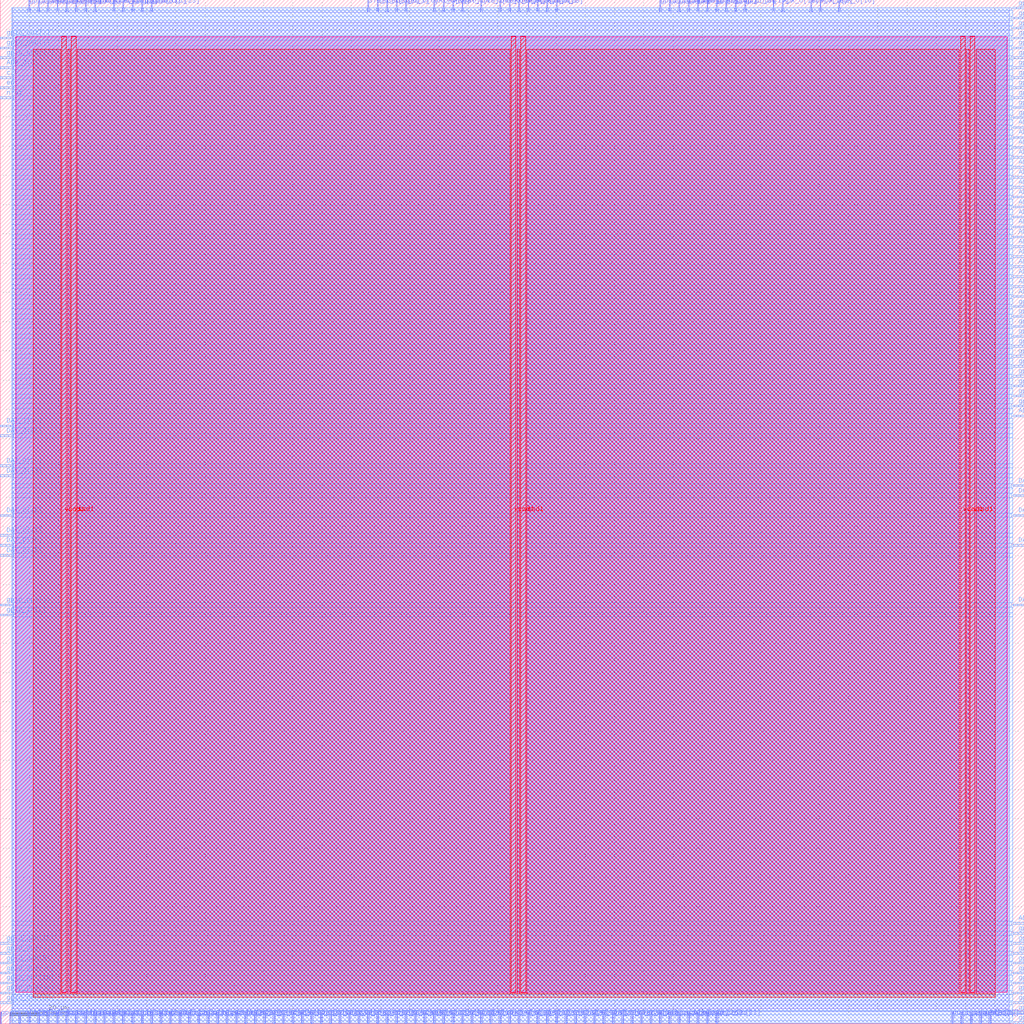
<source format=lef>
VERSION 5.7 ;
  NOWIREEXTENSIONATPIN ON ;
  DIVIDERCHAR "/" ;
  BUSBITCHARS "[]" ;
MACRO team_05
  CLASS BLOCK ;
  FOREIGN team_05 ;
  ORIGIN 0.000 0.000 ;
  SIZE 350.000 BY 350.000 ;
  PIN ACK_I
    DIRECTION INPUT ;
    USE SIGNAL ;
    ANTENNAGATEAREA 0.631200 ;
    ANTENNADIFFAREA 0.434700 ;
    PORT
      LAYER met2 ;
        RECT 190.070 346.000 190.350 350.000 ;
    END
  END ACK_I
  PIN ADR_O[0]
    DIRECTION OUTPUT ;
    USE SIGNAL ;
    PORT
      LAYER met3 ;
        RECT 0.000 326.440 4.000 327.040 ;
    END
  END ADR_O[0]
  PIN ADR_O[10]
    DIRECTION OUTPUT ;
    USE SIGNAL ;
    ANTENNADIFFAREA 0.445500 ;
    PORT
      LAYER met2 ;
        RECT 286.670 346.000 286.950 350.000 ;
    END
  END ADR_O[10]
  PIN ADR_O[11]
    DIRECTION OUTPUT ;
    USE SIGNAL ;
    ANTENNADIFFAREA 0.445500 ;
    PORT
      LAYER met2 ;
        RECT 267.350 346.000 267.630 350.000 ;
    END
  END ADR_O[11]
  PIN ADR_O[12]
    DIRECTION OUTPUT ;
    USE SIGNAL ;
    ANTENNADIFFAREA 0.445500 ;
    PORT
      LAYER met2 ;
        RECT 277.010 346.000 277.290 350.000 ;
    END
  END ADR_O[12]
  PIN ADR_O[13]
    DIRECTION OUTPUT ;
    USE SIGNAL ;
    ANTENNADIFFAREA 0.445500 ;
    PORT
      LAYER met3 ;
        RECT 346.000 207.440 350.000 208.040 ;
    END
  END ADR_O[13]
  PIN ADR_O[14]
    DIRECTION OUTPUT ;
    USE SIGNAL ;
    ANTENNADIFFAREA 0.445500 ;
    PORT
      LAYER met3 ;
        RECT 346.000 268.640 350.000 269.240 ;
    END
  END ADR_O[14]
  PIN ADR_O[15]
    DIRECTION OUTPUT ;
    USE SIGNAL ;
    ANTENNADIFFAREA 0.445500 ;
    PORT
      LAYER met3 ;
        RECT 346.000 272.040 350.000 272.640 ;
    END
  END ADR_O[15]
  PIN ADR_O[16]
    DIRECTION OUTPUT ;
    USE SIGNAL ;
    ANTENNADIFFAREA 0.445500 ;
    PORT
      LAYER met3 ;
        RECT 346.000 299.240 350.000 299.840 ;
    END
  END ADR_O[16]
  PIN ADR_O[17]
    DIRECTION OUTPUT ;
    USE SIGNAL ;
    ANTENNADIFFAREA 0.445500 ;
    PORT
      LAYER met3 ;
        RECT 346.000 289.040 350.000 289.640 ;
    END
  END ADR_O[17]
  PIN ADR_O[18]
    DIRECTION OUTPUT ;
    USE SIGNAL ;
    ANTENNADIFFAREA 0.445500 ;
    PORT
      LAYER met3 ;
        RECT 346.000 295.840 350.000 296.440 ;
    END
  END ADR_O[18]
  PIN ADR_O[19]
    DIRECTION OUTPUT ;
    USE SIGNAL ;
    ANTENNADIFFAREA 0.445500 ;
    PORT
      LAYER met3 ;
        RECT 346.000 285.640 350.000 286.240 ;
    END
  END ADR_O[19]
  PIN ADR_O[1]
    DIRECTION OUTPUT ;
    USE SIGNAL ;
    PORT
      LAYER met2 ;
        RECT 41.950 346.000 42.230 350.000 ;
    END
  END ADR_O[1]
  PIN ADR_O[20]
    DIRECTION OUTPUT ;
    USE SIGNAL ;
    ANTENNADIFFAREA 0.445500 ;
    PORT
      LAYER met3 ;
        RECT 346.000 261.840 350.000 262.440 ;
    END
  END ADR_O[20]
  PIN ADR_O[21]
    DIRECTION OUTPUT ;
    USE SIGNAL ;
    ANTENNADIFFAREA 0.445500 ;
    PORT
      LAYER met3 ;
        RECT 346.000 306.040 350.000 306.640 ;
    END
  END ADR_O[21]
  PIN ADR_O[22]
    DIRECTION OUTPUT ;
    USE SIGNAL ;
    ANTENNADIFFAREA 0.445500 ;
    PORT
      LAYER met3 ;
        RECT 346.000 251.640 350.000 252.240 ;
    END
  END ADR_O[22]
  PIN ADR_O[23]
    DIRECTION OUTPUT ;
    USE SIGNAL ;
    ANTENNADIFFAREA 0.445500 ;
    PORT
      LAYER met3 ;
        RECT 346.000 302.640 350.000 303.240 ;
    END
  END ADR_O[23]
  PIN ADR_O[24]
    DIRECTION OUTPUT ;
    USE SIGNAL ;
    ANTENNADIFFAREA 0.445500 ;
    PORT
      LAYER met3 ;
        RECT 346.000 258.440 350.000 259.040 ;
    END
  END ADR_O[24]
  PIN ADR_O[25]
    DIRECTION OUTPUT ;
    USE SIGNAL ;
    ANTENNADIFFAREA 0.445500 ;
    PORT
      LAYER met2 ;
        RECT 180.410 346.000 180.690 350.000 ;
    END
  END ADR_O[25]
  PIN ADR_O[26]
    DIRECTION OUTPUT ;
    USE SIGNAL ;
    ANTENNADIFFAREA 0.445500 ;
    PORT
      LAYER met3 ;
        RECT 346.000 255.040 350.000 255.640 ;
    END
  END ADR_O[26]
  PIN ADR_O[27]
    DIRECTION OUTPUT ;
    USE SIGNAL ;
    PORT
      LAYER met3 ;
        RECT 346.000 248.240 350.000 248.840 ;
    END
  END ADR_O[27]
  PIN ADR_O[28]
    DIRECTION OUTPUT ;
    USE SIGNAL ;
    ANTENNADIFFAREA 0.445500 ;
    PORT
      LAYER met2 ;
        RECT 186.850 346.000 187.130 350.000 ;
    END
  END ADR_O[28]
  PIN ADR_O[29]
    DIRECTION OUTPUT ;
    USE SIGNAL ;
    ANTENNADIFFAREA 0.445500 ;
    PORT
      LAYER met2 ;
        RECT 183.630 346.000 183.910 350.000 ;
    END
  END ADR_O[29]
  PIN ADR_O[2]
    DIRECTION OUTPUT ;
    USE SIGNAL ;
    ANTENNADIFFAREA 0.445500 ;
    PORT
      LAYER met3 ;
        RECT 346.000 292.440 350.000 293.040 ;
    END
  END ADR_O[2]
  PIN ADR_O[30]
    DIRECTION OUTPUT ;
    USE SIGNAL ;
    PORT
      LAYER met3 ;
        RECT 346.000 34.040 350.000 34.640 ;
    END
  END ADR_O[30]
  PIN ADR_O[31]
    DIRECTION OUTPUT ;
    USE SIGNAL ;
    PORT
      LAYER met2 ;
        RECT 338.190 0.000 338.470 4.000 ;
    END
  END ADR_O[31]
  PIN ADR_O[3]
    DIRECTION OUTPUT ;
    USE SIGNAL ;
    ANTENNADIFFAREA 0.445500 ;
    PORT
      LAYER met2 ;
        RECT 280.230 346.000 280.510 350.000 ;
    END
  END ADR_O[3]
  PIN ADR_O[4]
    DIRECTION OUTPUT ;
    USE SIGNAL ;
    ANTENNADIFFAREA 0.445500 ;
    PORT
      LAYER met3 ;
        RECT 346.000 265.240 350.000 265.840 ;
    END
  END ADR_O[4]
  PIN ADR_O[5]
    DIRECTION OUTPUT ;
    USE SIGNAL ;
    ANTENNADIFFAREA 0.445500 ;
    PORT
      LAYER met2 ;
        RECT 241.590 346.000 241.870 350.000 ;
    END
  END ADR_O[5]
  PIN ADR_O[6]
    DIRECTION OUTPUT ;
    USE SIGNAL ;
    ANTENNADIFFAREA 0.445500 ;
    PORT
      LAYER met3 ;
        RECT 346.000 275.440 350.000 276.040 ;
    END
  END ADR_O[6]
  PIN ADR_O[7]
    DIRECTION OUTPUT ;
    USE SIGNAL ;
    ANTENNADIFFAREA 0.445500 ;
    PORT
      LAYER met2 ;
        RECT 248.030 346.000 248.310 350.000 ;
    END
  END ADR_O[7]
  PIN ADR_O[8]
    DIRECTION OUTPUT ;
    USE SIGNAL ;
    ANTENNADIFFAREA 0.445500 ;
    PORT
      LAYER met3 ;
        RECT 346.000 278.840 350.000 279.440 ;
    END
  END ADR_O[8]
  PIN ADR_O[9]
    DIRECTION OUTPUT ;
    USE SIGNAL ;
    ANTENNADIFFAREA 0.445500 ;
    PORT
      LAYER met3 ;
        RECT 346.000 282.240 350.000 282.840 ;
    END
  END ADR_O[9]
  PIN CYC_O
    DIRECTION OUTPUT ;
    USE SIGNAL ;
    ANTENNADIFFAREA 0.445500 ;
    PORT
      LAYER met2 ;
        RECT 264.130 346.000 264.410 350.000 ;
    END
  END CYC_O
  PIN DAT_I[0]
    DIRECTION INPUT ;
    USE SIGNAL ;
    ANTENNAGATEAREA 0.631200 ;
    ANTENNADIFFAREA 0.434700 ;
    PORT
      LAYER met2 ;
        RECT 222.270 0.000 222.550 4.000 ;
    END
  END DAT_I[0]
  PIN DAT_I[10]
    DIRECTION INPUT ;
    USE SIGNAL ;
    ANTENNAGATEAREA 0.631200 ;
    ANTENNADIFFAREA 0.434700 ;
    PORT
      LAYER met2 ;
        RECT 212.610 0.000 212.890 4.000 ;
    END
  END DAT_I[10]
  PIN DAT_I[11]
    DIRECTION INPUT ;
    USE SIGNAL ;
    ANTENNAGATEAREA 0.631200 ;
    ANTENNADIFFAREA 0.434700 ;
    PORT
      LAYER met2 ;
        RECT 219.050 0.000 219.330 4.000 ;
    END
  END DAT_I[11]
  PIN DAT_I[12]
    DIRECTION INPUT ;
    USE SIGNAL ;
    ANTENNAGATEAREA 0.631200 ;
    ANTENNADIFFAREA 0.434700 ;
    PORT
      LAYER met2 ;
        RECT 215.830 0.000 216.110 4.000 ;
    END
  END DAT_I[12]
  PIN DAT_I[13]
    DIRECTION INPUT ;
    USE SIGNAL ;
    ANTENNAGATEAREA 0.631200 ;
    ANTENNADIFFAREA 0.434700 ;
    PORT
      LAYER met2 ;
        RECT 83.810 0.000 84.090 4.000 ;
    END
  END DAT_I[13]
  PIN DAT_I[14]
    DIRECTION INPUT ;
    USE SIGNAL ;
    ANTENNAGATEAREA 0.631200 ;
    ANTENNADIFFAREA 0.434700 ;
    PORT
      LAYER met2 ;
        RECT 209.390 0.000 209.670 4.000 ;
    END
  END DAT_I[14]
  PIN DAT_I[15]
    DIRECTION INPUT ;
    USE SIGNAL ;
    ANTENNAGATEAREA 0.631200 ;
    ANTENNADIFFAREA 0.434700 ;
    PORT
      LAYER met2 ;
        RECT 151.430 0.000 151.710 4.000 ;
    END
  END DAT_I[15]
  PIN DAT_I[16]
    DIRECTION INPUT ;
    USE SIGNAL ;
    ANTENNAGATEAREA 0.631200 ;
    ANTENNADIFFAREA 0.434700 ;
    PORT
      LAYER met2 ;
        RECT 90.250 0.000 90.530 4.000 ;
    END
  END DAT_I[16]
  PIN DAT_I[17]
    DIRECTION INPUT ;
    USE SIGNAL ;
    ANTENNAGATEAREA 0.631200 ;
    ANTENNADIFFAREA 0.434700 ;
    PORT
      LAYER met2 ;
        RECT 96.690 0.000 96.970 4.000 ;
    END
  END DAT_I[17]
  PIN DAT_I[18]
    DIRECTION INPUT ;
    USE SIGNAL ;
    ANTENNAGATEAREA 0.631200 ;
    ANTENNADIFFAREA 0.434700 ;
    PORT
      LAYER met2 ;
        RECT 93.470 0.000 93.750 4.000 ;
    END
  END DAT_I[18]
  PIN DAT_I[19]
    DIRECTION INPUT ;
    USE SIGNAL ;
    ANTENNAGATEAREA 0.631200 ;
    ANTENNADIFFAREA 0.434700 ;
    PORT
      LAYER met2 ;
        RECT 103.130 0.000 103.410 4.000 ;
    END
  END DAT_I[19]
  PIN DAT_I[1]
    DIRECTION INPUT ;
    USE SIGNAL ;
    ANTENNAGATEAREA 0.631200 ;
    ANTENNADIFFAREA 0.434700 ;
    PORT
      LAYER met2 ;
        RECT 190.070 0.000 190.350 4.000 ;
    END
  END DAT_I[1]
  PIN DAT_I[20]
    DIRECTION INPUT ;
    USE SIGNAL ;
    ANTENNAGATEAREA 0.631200 ;
    ANTENNADIFFAREA 0.434700 ;
    PORT
      LAYER met2 ;
        RECT 106.350 0.000 106.630 4.000 ;
    END
  END DAT_I[20]
  PIN DAT_I[21]
    DIRECTION INPUT ;
    USE SIGNAL ;
    ANTENNAGATEAREA 0.631200 ;
    ANTENNADIFFAREA 0.434700 ;
    PORT
      LAYER met2 ;
        RECT 116.010 0.000 116.290 4.000 ;
    END
  END DAT_I[21]
  PIN DAT_I[22]
    DIRECTION INPUT ;
    USE SIGNAL ;
    ANTENNAGATEAREA 0.631200 ;
    ANTENNADIFFAREA 0.434700 ;
    PORT
      LAYER met2 ;
        RECT 148.210 0.000 148.490 4.000 ;
    END
  END DAT_I[22]
  PIN DAT_I[23]
    DIRECTION INPUT ;
    USE SIGNAL ;
    ANTENNAGATEAREA 0.631200 ;
    ANTENNADIFFAREA 0.434700 ;
    PORT
      LAYER met2 ;
        RECT 109.570 0.000 109.850 4.000 ;
    END
  END DAT_I[23]
  PIN DAT_I[24]
    DIRECTION INPUT ;
    USE SIGNAL ;
    ANTENNAGATEAREA 0.631200 ;
    ANTENNADIFFAREA 0.434700 ;
    PORT
      LAYER met2 ;
        RECT 99.910 0.000 100.190 4.000 ;
    END
  END DAT_I[24]
  PIN DAT_I[25]
    DIRECTION INPUT ;
    USE SIGNAL ;
    ANTENNAGATEAREA 0.631200 ;
    ANTENNADIFFAREA 0.434700 ;
    PORT
      LAYER met2 ;
        RECT 119.230 0.000 119.510 4.000 ;
    END
  END DAT_I[25]
  PIN DAT_I[26]
    DIRECTION INPUT ;
    USE SIGNAL ;
    ANTENNAGATEAREA 0.631200 ;
    ANTENNADIFFAREA 0.434700 ;
    PORT
      LAYER met2 ;
        RECT 125.670 0.000 125.950 4.000 ;
    END
  END DAT_I[26]
  PIN DAT_I[27]
    DIRECTION INPUT ;
    USE SIGNAL ;
    ANTENNAGATEAREA 0.631200 ;
    ANTENNADIFFAREA 0.434700 ;
    PORT
      LAYER met2 ;
        RECT 112.790 0.000 113.070 4.000 ;
    END
  END DAT_I[27]
  PIN DAT_I[28]
    DIRECTION INPUT ;
    USE SIGNAL ;
    ANTENNAGATEAREA 0.631200 ;
    ANTENNADIFFAREA 0.434700 ;
    PORT
      LAYER met2 ;
        RECT 128.890 0.000 129.170 4.000 ;
    END
  END DAT_I[28]
  PIN DAT_I[29]
    DIRECTION INPUT ;
    USE SIGNAL ;
    ANTENNAGATEAREA 0.631200 ;
    ANTENNADIFFAREA 0.434700 ;
    PORT
      LAYER met2 ;
        RECT 132.110 0.000 132.390 4.000 ;
    END
  END DAT_I[29]
  PIN DAT_I[2]
    DIRECTION INPUT ;
    USE SIGNAL ;
    ANTENNAGATEAREA 0.631200 ;
    ANTENNADIFFAREA 0.434700 ;
    PORT
      LAYER met2 ;
        RECT 177.190 0.000 177.470 4.000 ;
    END
  END DAT_I[2]
  PIN DAT_I[30]
    DIRECTION INPUT ;
    USE SIGNAL ;
    ANTENNAGATEAREA 0.631200 ;
    ANTENNADIFFAREA 0.434700 ;
    PORT
      LAYER met3 ;
        RECT 0.000 204.040 4.000 204.640 ;
    END
  END DAT_I[30]
  PIN DAT_I[31]
    DIRECTION INPUT ;
    USE SIGNAL ;
    ANTENNAGATEAREA 0.631200 ;
    ANTENNADIFFAREA 0.434700 ;
    PORT
      LAYER met2 ;
        RECT 122.450 0.000 122.730 4.000 ;
    END
  END DAT_I[31]
  PIN DAT_I[3]
    DIRECTION INPUT ;
    USE SIGNAL ;
    ANTENNAGATEAREA 0.631200 ;
    ANTENNADIFFAREA 0.434700 ;
    PORT
      LAYER met2 ;
        RECT 193.290 0.000 193.570 4.000 ;
    END
  END DAT_I[3]
  PIN DAT_I[4]
    DIRECTION INPUT ;
    USE SIGNAL ;
    ANTENNAGATEAREA 0.631200 ;
    ANTENNADIFFAREA 0.434700 ;
    PORT
      LAYER met2 ;
        RECT 170.750 0.000 171.030 4.000 ;
    END
  END DAT_I[4]
  PIN DAT_I[5]
    DIRECTION INPUT ;
    USE SIGNAL ;
    ANTENNAGATEAREA 0.631200 ;
    ANTENNADIFFAREA 0.434700 ;
    PORT
      LAYER met2 ;
        RECT 180.410 0.000 180.690 4.000 ;
    END
  END DAT_I[5]
  PIN DAT_I[6]
    DIRECTION INPUT ;
    USE SIGNAL ;
    ANTENNAGATEAREA 0.631200 ;
    ANTENNADIFFAREA 0.434700 ;
    PORT
      LAYER met2 ;
        RECT 144.990 0.000 145.270 4.000 ;
    END
  END DAT_I[6]
  PIN DAT_I[7]
    DIRECTION INPUT ;
    USE SIGNAL ;
    ANTENNAGATEAREA 0.631200 ;
    ANTENNADIFFAREA 0.434700 ;
    PORT
      LAYER met2 ;
        RECT 154.650 0.000 154.930 4.000 ;
    END
  END DAT_I[7]
  PIN DAT_I[8]
    DIRECTION INPUT ;
    USE SIGNAL ;
    ANTENNAGATEAREA 0.631200 ;
    ANTENNADIFFAREA 0.434700 ;
    PORT
      LAYER met2 ;
        RECT 202.950 0.000 203.230 4.000 ;
    END
  END DAT_I[8]
  PIN DAT_I[9]
    DIRECTION INPUT ;
    USE SIGNAL ;
    ANTENNAGATEAREA 0.631200 ;
    ANTENNADIFFAREA 0.434700 ;
    PORT
      LAYER met2 ;
        RECT 161.090 0.000 161.370 4.000 ;
    END
  END DAT_I[9]
  PIN DAT_O[0]
    DIRECTION OUTPUT ;
    USE SIGNAL ;
    ANTENNADIFFAREA 0.445500 ;
    PORT
      LAYER met3 ;
        RECT 346.000 163.240 350.000 163.840 ;
    END
  END DAT_O[0]
  PIN DAT_O[10]
    DIRECTION OUTPUT ;
    USE SIGNAL ;
    ANTENNADIFFAREA 0.445500 ;
    PORT
      LAYER met2 ;
        RECT 135.330 0.000 135.610 4.000 ;
    END
  END DAT_O[10]
  PIN DAT_O[11]
    DIRECTION OUTPUT ;
    USE SIGNAL ;
    ANTENNADIFFAREA 0.445500 ;
    PORT
      LAYER met2 ;
        RECT 138.550 0.000 138.830 4.000 ;
    END
  END DAT_O[11]
  PIN DAT_O[12]
    DIRECTION OUTPUT ;
    USE SIGNAL ;
    ANTENNADIFFAREA 0.445500 ;
    PORT
      LAYER met2 ;
        RECT 87.030 0.000 87.310 4.000 ;
    END
  END DAT_O[12]
  PIN DAT_O[13]
    DIRECTION OUTPUT ;
    USE SIGNAL ;
    ANTENNADIFFAREA 0.445500 ;
    PORT
      LAYER met2 ;
        RECT 186.850 0.000 187.130 4.000 ;
    END
  END DAT_O[13]
  PIN DAT_O[14]
    DIRECTION OUTPUT ;
    USE SIGNAL ;
    ANTENNADIFFAREA 0.445500 ;
    PORT
      LAYER met2 ;
        RECT 164.310 0.000 164.590 4.000 ;
    END
  END DAT_O[14]
  PIN DAT_O[15]
    DIRECTION OUTPUT ;
    USE SIGNAL ;
    ANTENNADIFFAREA 0.445500 ;
    PORT
      LAYER met3 ;
        RECT 0.000 159.840 4.000 160.440 ;
    END
  END DAT_O[15]
  PIN DAT_O[16]
    DIRECTION OUTPUT ;
    USE SIGNAL ;
    ANTENNADIFFAREA 0.445500 ;
    PORT
      LAYER met3 ;
        RECT 0.000 163.240 4.000 163.840 ;
    END
  END DAT_O[16]
  PIN DAT_O[17]
    DIRECTION OUTPUT ;
    USE SIGNAL ;
    ANTENNADIFFAREA 0.445500 ;
    PORT
      LAYER met3 ;
        RECT 0.000 166.640 4.000 167.240 ;
    END
  END DAT_O[17]
  PIN DAT_O[18]
    DIRECTION OUTPUT ;
    USE SIGNAL ;
    ANTENNADIFFAREA 0.445500 ;
    PORT
      LAYER met3 ;
        RECT 0.000 173.440 4.000 174.040 ;
    END
  END DAT_O[18]
  PIN DAT_O[19]
    DIRECTION OUTPUT ;
    USE SIGNAL ;
    ANTENNADIFFAREA 0.445500 ;
    PORT
      LAYER met3 ;
        RECT 0.000 187.040 4.000 187.640 ;
    END
  END DAT_O[19]
  PIN DAT_O[1]
    DIRECTION OUTPUT ;
    USE SIGNAL ;
    ANTENNADIFFAREA 0.445500 ;
    PORT
      LAYER met2 ;
        RECT 183.630 0.000 183.910 4.000 ;
    END
  END DAT_O[1]
  PIN DAT_O[20]
    DIRECTION OUTPUT ;
    USE SIGNAL ;
    ANTENNADIFFAREA 0.445500 ;
    PORT
      LAYER met3 ;
        RECT 0.000 190.440 4.000 191.040 ;
    END
  END DAT_O[20]
  PIN DAT_O[21]
    DIRECTION OUTPUT ;
    USE SIGNAL ;
    ANTENNADIFFAREA 0.445500 ;
    PORT
      LAYER met3 ;
        RECT 346.000 180.240 350.000 180.840 ;
    END
  END DAT_O[21]
  PIN DAT_O[22]
    DIRECTION OUTPUT ;
    USE SIGNAL ;
    ANTENNADIFFAREA 0.445500 ;
    PORT
      LAYER met2 ;
        RECT 206.170 0.000 206.450 4.000 ;
    END
  END DAT_O[22]
  PIN DAT_O[23]
    DIRECTION OUTPUT ;
    USE SIGNAL ;
    ANTENNADIFFAREA 0.445500 ;
    PORT
      LAYER met2 ;
        RECT 177.190 346.000 177.470 350.000 ;
    END
  END DAT_O[23]
  PIN DAT_O[24]
    DIRECTION OUTPUT ;
    USE SIGNAL ;
    ANTENNADIFFAREA 0.445500 ;
    PORT
      LAYER met2 ;
        RECT 173.970 346.000 174.250 350.000 ;
    END
  END DAT_O[24]
  PIN DAT_O[25]
    DIRECTION OUTPUT ;
    USE SIGNAL ;
    ANTENNADIFFAREA 0.445500 ;
    PORT
      LAYER met3 ;
        RECT 346.000 183.640 350.000 184.240 ;
    END
  END DAT_O[25]
  PIN DAT_O[26]
    DIRECTION OUTPUT ;
    USE SIGNAL ;
    ANTENNADIFFAREA 0.445500 ;
    PORT
      LAYER met3 ;
        RECT 0.000 200.640 4.000 201.240 ;
    END
  END DAT_O[26]
  PIN DAT_O[27]
    DIRECTION OUTPUT ;
    USE SIGNAL ;
    ANTENNADIFFAREA 0.445500 ;
    PORT
      LAYER met2 ;
        RECT 170.750 346.000 171.030 350.000 ;
    END
  END DAT_O[27]
  PIN DAT_O[28]
    DIRECTION OUTPUT ;
    USE SIGNAL ;
    ANTENNADIFFAREA 0.445500 ;
    PORT
      LAYER met2 ;
        RECT 164.310 346.000 164.590 350.000 ;
    END
  END DAT_O[28]
  PIN DAT_O[29]
    DIRECTION OUTPUT ;
    USE SIGNAL ;
    ANTENNADIFFAREA 0.445500 ;
    PORT
      LAYER met2 ;
        RECT 157.870 346.000 158.150 350.000 ;
    END
  END DAT_O[29]
  PIN DAT_O[2]
    DIRECTION OUTPUT ;
    USE SIGNAL ;
    ANTENNADIFFAREA 0.445500 ;
    PORT
      LAYER met3 ;
        RECT 346.000 173.440 350.000 174.040 ;
    END
  END DAT_O[2]
  PIN DAT_O[30]
    DIRECTION OUTPUT ;
    USE SIGNAL ;
    ANTENNADIFFAREA 0.445500 ;
    PORT
      LAYER met2 ;
        RECT 151.430 346.000 151.710 350.000 ;
    END
  END DAT_O[30]
  PIN DAT_O[31]
    DIRECTION OUTPUT ;
    USE SIGNAL ;
    ANTENNADIFFAREA 0.445500 ;
    PORT
      LAYER met2 ;
        RECT 148.210 346.000 148.490 350.000 ;
    END
  END DAT_O[31]
  PIN DAT_O[3]
    DIRECTION OUTPUT ;
    USE SIGNAL ;
    ANTENNADIFFAREA 0.445500 ;
    PORT
      LAYER met3 ;
        RECT 346.000 142.840 350.000 143.440 ;
    END
  END DAT_O[3]
  PIN DAT_O[4]
    DIRECTION OUTPUT ;
    USE SIGNAL ;
    ANTENNADIFFAREA 0.445500 ;
    PORT
      LAYER met2 ;
        RECT 167.530 0.000 167.810 4.000 ;
    END
  END DAT_O[4]
  PIN DAT_O[5]
    DIRECTION OUTPUT ;
    USE SIGNAL ;
    ANTENNADIFFAREA 0.445500 ;
    PORT
      LAYER met2 ;
        RECT 196.510 0.000 196.790 4.000 ;
    END
  END DAT_O[5]
  PIN DAT_O[6]
    DIRECTION OUTPUT ;
    USE SIGNAL ;
    ANTENNADIFFAREA 0.445500 ;
    PORT
      LAYER met2 ;
        RECT 173.970 0.000 174.250 4.000 ;
    END
  END DAT_O[6]
  PIN DAT_O[7]
    DIRECTION OUTPUT ;
    USE SIGNAL ;
    ANTENNADIFFAREA 0.445500 ;
    PORT
      LAYER met2 ;
        RECT 199.730 0.000 200.010 4.000 ;
    END
  END DAT_O[7]
  PIN DAT_O[8]
    DIRECTION OUTPUT ;
    USE SIGNAL ;
    ANTENNADIFFAREA 0.445500 ;
    PORT
      LAYER met2 ;
        RECT 141.770 0.000 142.050 4.000 ;
    END
  END DAT_O[8]
  PIN DAT_O[9]
    DIRECTION OUTPUT ;
    USE SIGNAL ;
    ANTENNADIFFAREA 0.445500 ;
    PORT
      LAYER met2 ;
        RECT 157.870 0.000 158.150 4.000 ;
    END
  END DAT_O[9]
  PIN SEL_O[0]
    DIRECTION OUTPUT ;
    USE SIGNAL ;
    ANTENNADIFFAREA 0.445500 ;
    PORT
      LAYER met2 ;
        RECT 138.550 346.000 138.830 350.000 ;
    END
  END SEL_O[0]
  PIN SEL_O[1]
    DIRECTION OUTPUT ;
    USE SIGNAL ;
    ANTENNADIFFAREA 0.445500 ;
    PORT
      LAYER met2 ;
        RECT 128.890 346.000 129.170 350.000 ;
    END
  END SEL_O[1]
  PIN SEL_O[2]
    DIRECTION OUTPUT ;
    USE SIGNAL ;
    ANTENNADIFFAREA 0.445500 ;
    PORT
      LAYER met2 ;
        RECT 132.110 346.000 132.390 350.000 ;
    END
  END SEL_O[2]
  PIN SEL_O[3]
    DIRECTION OUTPUT ;
    USE SIGNAL ;
    ANTENNADIFFAREA 0.445500 ;
    PORT
      LAYER met2 ;
        RECT 135.330 346.000 135.610 350.000 ;
    END
  END SEL_O[3]
  PIN STB_O
    DIRECTION OUTPUT ;
    USE SIGNAL ;
    ANTENNADIFFAREA 0.445500 ;
    PORT
      LAYER met2 ;
        RECT 125.670 346.000 125.950 350.000 ;
    END
  END STB_O
  PIN WE_O
    DIRECTION OUTPUT ;
    USE SIGNAL ;
    ANTENNADIFFAREA 0.445500 ;
    PORT
      LAYER met2 ;
        RECT 154.650 346.000 154.930 350.000 ;
    END
  END WE_O
  PIN clk
    DIRECTION INPUT ;
    USE SIGNAL ;
    ANTENNAGATEAREA 1.286700 ;
    ANTENNADIFFAREA 0.434700 ;
    PORT
      LAYER met3 ;
        RECT 0.000 323.040 4.000 323.640 ;
    END
  END clk
  PIN en
    DIRECTION INPUT ;
    USE SIGNAL ;
    ANTENNAGATEAREA 0.647700 ;
    ANTENNADIFFAREA 0.434700 ;
    PORT
      LAYER met3 ;
        RECT 0.000 319.640 4.000 320.240 ;
    END
  END en
  PIN gpio_in[0]
    DIRECTION INPUT ;
    USE SIGNAL ;
    PORT
      LAYER met2 ;
        RECT 228.710 0.000 228.990 4.000 ;
    END
  END gpio_in[0]
  PIN gpio_in[10]
    DIRECTION INPUT ;
    USE SIGNAL ;
    ANTENNAGATEAREA 0.631200 ;
    ANTENNADIFFAREA 0.434700 ;
    PORT
      LAYER met2 ;
        RECT 254.470 346.000 254.750 350.000 ;
    END
  END gpio_in[10]
  PIN gpio_in[11]
    DIRECTION INPUT ;
    USE SIGNAL ;
    PORT
      LAYER met2 ;
        RECT 41.950 0.000 42.230 4.000 ;
    END
  END gpio_in[11]
  PIN gpio_in[12]
    DIRECTION INPUT ;
    USE SIGNAL ;
    PORT
      LAYER met2 ;
        RECT 61.270 0.000 61.550 4.000 ;
    END
  END gpio_in[12]
  PIN gpio_in[13]
    DIRECTION INPUT ;
    USE SIGNAL ;
    PORT
      LAYER met2 ;
        RECT 54.830 0.000 55.110 4.000 ;
    END
  END gpio_in[13]
  PIN gpio_in[14]
    DIRECTION INPUT ;
    USE SIGNAL ;
    PORT
      LAYER met2 ;
        RECT 45.170 0.000 45.450 4.000 ;
    END
  END gpio_in[14]
  PIN gpio_in[15]
    DIRECTION INPUT ;
    USE SIGNAL ;
    PORT
      LAYER met2 ;
        RECT 67.710 0.000 67.990 4.000 ;
    END
  END gpio_in[15]
  PIN gpio_in[16]
    DIRECTION INPUT ;
    USE SIGNAL ;
    PORT
      LAYER met2 ;
        RECT 9.750 0.000 10.030 4.000 ;
    END
  END gpio_in[16]
  PIN gpio_in[17]
    DIRECTION INPUT ;
    USE SIGNAL ;
    PORT
      LAYER met2 ;
        RECT 12.970 0.000 13.250 4.000 ;
    END
  END gpio_in[17]
  PIN gpio_in[18]
    DIRECTION INPUT ;
    USE SIGNAL ;
    PORT
      LAYER met2 ;
        RECT 6.530 0.000 6.810 4.000 ;
    END
  END gpio_in[18]
  PIN gpio_in[19]
    DIRECTION INPUT ;
    USE SIGNAL ;
    PORT
      LAYER met2 ;
        RECT 74.150 0.000 74.430 4.000 ;
    END
  END gpio_in[19]
  PIN gpio_in[1]
    DIRECTION INPUT ;
    USE SIGNAL ;
    PORT
      LAYER met2 ;
        RECT 235.150 0.000 235.430 4.000 ;
    END
  END gpio_in[1]
  PIN gpio_in[20]
    DIRECTION INPUT ;
    USE SIGNAL ;
    PORT
      LAYER met2 ;
        RECT 58.050 0.000 58.330 4.000 ;
    END
  END gpio_in[20]
  PIN gpio_in[21]
    DIRECTION INPUT ;
    USE SIGNAL ;
    PORT
      LAYER met2 ;
        RECT 241.590 0.000 241.870 4.000 ;
    END
  END gpio_in[21]
  PIN gpio_in[22]
    DIRECTION INPUT ;
    USE SIGNAL ;
    PORT
      LAYER met2 ;
        RECT 231.930 0.000 232.210 4.000 ;
    END
  END gpio_in[22]
  PIN gpio_in[23]
    DIRECTION INPUT ;
    USE SIGNAL ;
    PORT
      LAYER met2 ;
        RECT 77.370 0.000 77.650 4.000 ;
    END
  END gpio_in[23]
  PIN gpio_in[24]
    DIRECTION INPUT ;
    USE SIGNAL ;
    PORT
      LAYER met2 ;
        RECT 80.590 0.000 80.870 4.000 ;
    END
  END gpio_in[24]
  PIN gpio_in[25]
    DIRECTION INPUT ;
    USE SIGNAL ;
    PORT
      LAYER met2 ;
        RECT 3.310 0.000 3.590 4.000 ;
    END
  END gpio_in[25]
  PIN gpio_in[26]
    DIRECTION INPUT ;
    USE SIGNAL ;
    PORT
      LAYER met2 ;
        RECT 238.370 0.000 238.650 4.000 ;
    END
  END gpio_in[26]
  PIN gpio_in[27]
    DIRECTION INPUT ;
    USE SIGNAL ;
    PORT
      LAYER met2 ;
        RECT 64.490 0.000 64.770 4.000 ;
    END
  END gpio_in[27]
  PIN gpio_in[28]
    DIRECTION INPUT ;
    USE SIGNAL ;
    PORT
      LAYER met2 ;
        RECT 0.090 0.000 0.370 4.000 ;
    END
  END gpio_in[28]
  PIN gpio_in[29]
    DIRECTION INPUT ;
    USE SIGNAL ;
    PORT
      LAYER met2 ;
        RECT 51.610 0.000 51.890 4.000 ;
    END
  END gpio_in[29]
  PIN gpio_in[2]
    DIRECTION INPUT ;
    USE SIGNAL ;
    ANTENNAGATEAREA 0.647700 ;
    ANTENNADIFFAREA 0.434700 ;
    PORT
      LAYER met3 ;
        RECT 0.000 139.440 4.000 140.040 ;
    END
  END gpio_in[2]
  PIN gpio_in[30]
    DIRECTION INPUT ;
    USE SIGNAL ;
    PORT
      LAYER met2 ;
        RECT 48.390 0.000 48.670 4.000 ;
    END
  END gpio_in[30]
  PIN gpio_in[31]
    DIRECTION INPUT ;
    USE SIGNAL ;
    PORT
      LAYER met2 ;
        RECT 70.930 0.000 71.210 4.000 ;
    END
  END gpio_in[31]
  PIN gpio_in[32]
    DIRECTION INPUT ;
    USE SIGNAL ;
    PORT
      LAYER met2 ;
        RECT 225.490 0.000 225.770 4.000 ;
    END
  END gpio_in[32]
  PIN gpio_in[33]
    DIRECTION INPUT ;
    USE SIGNAL ;
    PORT
      LAYER met2 ;
        RECT 244.810 0.000 245.090 4.000 ;
    END
  END gpio_in[33]
  PIN gpio_in[3]
    DIRECTION INPUT ;
    USE SIGNAL ;
    ANTENNAGATEAREA 0.631200 ;
    ANTENNADIFFAREA 0.434700 ;
    PORT
      LAYER met2 ;
        RECT 225.490 346.000 225.770 350.000 ;
    END
  END gpio_in[3]
  PIN gpio_in[4]
    DIRECTION INPUT ;
    USE SIGNAL ;
    ANTENNAGATEAREA 0.631200 ;
    ANTENNADIFFAREA 0.434700 ;
    PORT
      LAYER met2 ;
        RECT 228.710 346.000 228.990 350.000 ;
    END
  END gpio_in[4]
  PIN gpio_in[5]
    DIRECTION INPUT ;
    USE SIGNAL ;
    ANTENNAGATEAREA 0.631200 ;
    ANTENNADIFFAREA 0.434700 ;
    PORT
      LAYER met2 ;
        RECT 235.150 346.000 235.430 350.000 ;
    END
  END gpio_in[5]
  PIN gpio_in[6]
    DIRECTION INPUT ;
    USE SIGNAL ;
    ANTENNAGATEAREA 0.631200 ;
    ANTENNADIFFAREA 0.434700 ;
    PORT
      LAYER met2 ;
        RECT 238.370 346.000 238.650 350.000 ;
    END
  END gpio_in[6]
  PIN gpio_in[7]
    DIRECTION INPUT ;
    USE SIGNAL ;
    ANTENNAGATEAREA 0.631200 ;
    ANTENNADIFFAREA 0.434700 ;
    PORT
      LAYER met2 ;
        RECT 244.810 346.000 245.090 350.000 ;
    END
  END gpio_in[7]
  PIN gpio_in[8]
    DIRECTION INPUT ;
    USE SIGNAL ;
    ANTENNAGATEAREA 0.631200 ;
    ANTENNADIFFAREA 0.434700 ;
    PORT
      LAYER met2 ;
        RECT 251.250 346.000 251.530 350.000 ;
    END
  END gpio_in[8]
  PIN gpio_in[9]
    DIRECTION INPUT ;
    USE SIGNAL ;
    ANTENNAGATEAREA 0.631200 ;
    ANTENNADIFFAREA 0.434700 ;
    PORT
      LAYER met2 ;
        RECT 231.930 346.000 232.210 350.000 ;
    END
  END gpio_in[9]
  PIN gpio_oeb[0]
    DIRECTION OUTPUT ;
    USE SIGNAL ;
    PORT
      LAYER met2 ;
        RECT 19.410 0.000 19.690 4.000 ;
    END
  END gpio_oeb[0]
  PIN gpio_oeb[10]
    DIRECTION OUTPUT ;
    USE SIGNAL ;
    PORT
      LAYER met2 ;
        RECT 9.750 346.000 10.030 350.000 ;
    END
  END gpio_oeb[10]
  PIN gpio_oeb[11]
    DIRECTION OUTPUT ;
    USE SIGNAL ;
    PORT
      LAYER met3 ;
        RECT 346.000 210.840 350.000 211.440 ;
    END
  END gpio_oeb[11]
  PIN gpio_oeb[12]
    DIRECTION OUTPUT ;
    USE SIGNAL ;
    PORT
      LAYER met3 ;
        RECT 0.000 27.240 4.000 27.840 ;
    END
  END gpio_oeb[12]
  PIN gpio_oeb[13]
    DIRECTION OUTPUT ;
    USE SIGNAL ;
    PORT
      LAYER met3 ;
        RECT 346.000 13.640 350.000 14.240 ;
    END
  END gpio_oeb[13]
  PIN gpio_oeb[14]
    DIRECTION OUTPUT ;
    USE SIGNAL ;
    PORT
      LAYER met3 ;
        RECT 346.000 10.240 350.000 10.840 ;
    END
  END gpio_oeb[14]
  PIN gpio_oeb[15]
    DIRECTION OUTPUT ;
    USE SIGNAL ;
    PORT
      LAYER met2 ;
        RECT 22.630 346.000 22.910 350.000 ;
    END
  END gpio_oeb[15]
  PIN gpio_oeb[16]
    DIRECTION OUTPUT ;
    USE SIGNAL ;
    PORT
      LAYER met2 ;
        RECT 16.190 346.000 16.470 350.000 ;
    END
  END gpio_oeb[16]
  PIN gpio_oeb[17]
    DIRECTION OUTPUT ;
    USE SIGNAL ;
    PORT
      LAYER met3 ;
        RECT 0.000 329.840 4.000 330.440 ;
    END
  END gpio_oeb[17]
  PIN gpio_oeb[18]
    DIRECTION OUTPUT ;
    USE SIGNAL ;
    PORT
      LAYER met3 ;
        RECT 346.000 217.640 350.000 218.240 ;
    END
  END gpio_oeb[18]
  PIN gpio_oeb[19]
    DIRECTION OUTPUT ;
    USE SIGNAL ;
    PORT
      LAYER met3 ;
        RECT 346.000 309.440 350.000 310.040 ;
    END
  END gpio_oeb[19]
  PIN gpio_oeb[1]
    DIRECTION OUTPUT ;
    USE SIGNAL ;
    PORT
      LAYER met3 ;
        RECT 0.000 333.240 4.000 333.840 ;
    END
  END gpio_oeb[1]
  PIN gpio_oeb[20]
    DIRECTION OUTPUT ;
    USE SIGNAL ;
    PORT
      LAYER met3 ;
        RECT 346.000 238.040 350.000 238.640 ;
    END
  END gpio_oeb[20]
  PIN gpio_oeb[21]
    DIRECTION OUTPUT ;
    USE SIGNAL ;
    PORT
      LAYER met3 ;
        RECT 346.000 231.240 350.000 231.840 ;
    END
  END gpio_oeb[21]
  PIN gpio_oeb[22]
    DIRECTION OUTPUT ;
    USE SIGNAL ;
    PORT
      LAYER met3 ;
        RECT 346.000 214.240 350.000 214.840 ;
    END
  END gpio_oeb[22]
  PIN gpio_oeb[23]
    DIRECTION OUTPUT ;
    USE SIGNAL ;
    PORT
      LAYER met3 ;
        RECT 346.000 6.840 350.000 7.440 ;
    END
  END gpio_oeb[23]
  PIN gpio_oeb[24]
    DIRECTION OUTPUT ;
    USE SIGNAL ;
    PORT
      LAYER met2 ;
        RECT 325.310 0.000 325.590 4.000 ;
    END
  END gpio_oeb[24]
  PIN gpio_oeb[25]
    DIRECTION OUTPUT ;
    USE SIGNAL ;
    PORT
      LAYER met3 ;
        RECT 346.000 17.040 350.000 17.640 ;
    END
  END gpio_oeb[25]
  PIN gpio_oeb[26]
    DIRECTION OUTPUT ;
    USE SIGNAL ;
    PORT
      LAYER met2 ;
        RECT 328.530 0.000 328.810 4.000 ;
    END
  END gpio_oeb[26]
  PIN gpio_oeb[27]
    DIRECTION OUTPUT ;
    USE SIGNAL ;
    PORT
      LAYER met3 ;
        RECT 346.000 244.840 350.000 245.440 ;
    END
  END gpio_oeb[27]
  PIN gpio_oeb[28]
    DIRECTION OUTPUT ;
    USE SIGNAL ;
    PORT
      LAYER met3 ;
        RECT 346.000 27.240 350.000 27.840 ;
    END
  END gpio_oeb[28]
  PIN gpio_oeb[29]
    DIRECTION OUTPUT ;
    USE SIGNAL ;
    PORT
      LAYER met3 ;
        RECT 346.000 20.440 350.000 21.040 ;
    END
  END gpio_oeb[29]
  PIN gpio_oeb[2]
    DIRECTION OUTPUT ;
    USE SIGNAL ;
    PORT
      LAYER met3 ;
        RECT 346.000 312.840 350.000 313.440 ;
    END
  END gpio_oeb[2]
  PIN gpio_oeb[30]
    DIRECTION OUTPUT ;
    USE SIGNAL ;
    PORT
      LAYER met3 ;
        RECT 346.000 323.040 350.000 323.640 ;
    END
  END gpio_oeb[30]
  PIN gpio_oeb[31]
    DIRECTION OUTPUT ;
    USE SIGNAL ;
    PORT
      LAYER met2 ;
        RECT 45.170 346.000 45.450 350.000 ;
    END
  END gpio_oeb[31]
  PIN gpio_oeb[32]
    DIRECTION OUTPUT ;
    USE SIGNAL ;
    PORT
      LAYER met3 ;
        RECT 346.000 316.240 350.000 316.840 ;
    END
  END gpio_oeb[32]
  PIN gpio_oeb[33]
    DIRECTION OUTPUT ;
    USE SIGNAL ;
    PORT
      LAYER met3 ;
        RECT 0.000 6.840 4.000 7.440 ;
    END
  END gpio_oeb[33]
  PIN gpio_oeb[3]
    DIRECTION OUTPUT ;
    USE SIGNAL ;
    PORT
      LAYER met2 ;
        RECT 19.410 346.000 19.690 350.000 ;
    END
  END gpio_oeb[3]
  PIN gpio_oeb[4]
    DIRECTION OUTPUT ;
    USE SIGNAL ;
    PORT
      LAYER met2 ;
        RECT 12.970 346.000 13.250 350.000 ;
    END
  END gpio_oeb[4]
  PIN gpio_oeb[5]
    DIRECTION OUTPUT ;
    USE SIGNAL ;
    PORT
      LAYER met3 ;
        RECT 346.000 346.840 350.000 347.440 ;
    END
  END gpio_oeb[5]
  PIN gpio_oeb[6]
    DIRECTION OUTPUT ;
    USE SIGNAL ;
    PORT
      LAYER met2 ;
        RECT 38.730 346.000 39.010 350.000 ;
    END
  END gpio_oeb[6]
  PIN gpio_oeb[7]
    DIRECTION OUTPUT ;
    USE SIGNAL ;
    PORT
      LAYER met3 ;
        RECT 346.000 224.440 350.000 225.040 ;
    END
  END gpio_oeb[7]
  PIN gpio_oeb[8]
    DIRECTION OUTPUT ;
    USE SIGNAL ;
    PORT
      LAYER met3 ;
        RECT 346.000 3.440 350.000 4.040 ;
    END
  END gpio_oeb[8]
  PIN gpio_oeb[9]
    DIRECTION OUTPUT ;
    USE SIGNAL ;
    PORT
      LAYER met3 ;
        RECT 0.000 20.440 4.000 21.040 ;
    END
  END gpio_oeb[9]
  PIN gpio_out[0]
    DIRECTION OUTPUT ;
    USE SIGNAL ;
    PORT
      LAYER met3 ;
        RECT 346.000 23.840 350.000 24.440 ;
    END
  END gpio_out[0]
  PIN gpio_out[10]
    DIRECTION OUTPUT ;
    USE SIGNAL ;
    PORT
      LAYER met3 ;
        RECT 0.000 10.240 4.000 10.840 ;
    END
  END gpio_out[10]
  PIN gpio_out[11]
    DIRECTION OUTPUT ;
    USE SIGNAL ;
    PORT
      LAYER met2 ;
        RECT 334.970 0.000 335.250 4.000 ;
    END
  END gpio_out[11]
  PIN gpio_out[12]
    DIRECTION OUTPUT ;
    USE SIGNAL ;
    PORT
      LAYER met2 ;
        RECT 38.730 0.000 39.010 4.000 ;
    END
  END gpio_out[12]
  PIN gpio_out[13]
    DIRECTION OUTPUT ;
    USE SIGNAL ;
    PORT
      LAYER met2 ;
        RECT 35.510 0.000 35.790 4.000 ;
    END
  END gpio_out[13]
  PIN gpio_out[14]
    DIRECTION OUTPUT ;
    USE SIGNAL ;
    PORT
      LAYER met3 ;
        RECT 346.000 329.840 350.000 330.440 ;
    END
  END gpio_out[14]
  PIN gpio_out[15]
    DIRECTION OUTPUT ;
    USE SIGNAL ;
    PORT
      LAYER met3 ;
        RECT 346.000 326.440 350.000 327.040 ;
    END
  END gpio_out[15]
  PIN gpio_out[16]
    DIRECTION OUTPUT ;
    USE SIGNAL ;
    PORT
      LAYER met3 ;
        RECT 0.000 13.640 4.000 14.240 ;
    END
  END gpio_out[16]
  PIN gpio_out[17]
    DIRECTION OUTPUT ;
    USE SIGNAL ;
    PORT
      LAYER met2 ;
        RECT 32.290 0.000 32.570 4.000 ;
    END
  END gpio_out[17]
  PIN gpio_out[18]
    DIRECTION OUTPUT ;
    USE SIGNAL ;
    PORT
      LAYER met3 ;
        RECT 346.000 336.640 350.000 337.240 ;
    END
  END gpio_out[18]
  PIN gpio_out[19]
    DIRECTION OUTPUT ;
    USE SIGNAL ;
    PORT
      LAYER met2 ;
        RECT 331.750 0.000 332.030 4.000 ;
    END
  END gpio_out[19]
  PIN gpio_out[1]
    DIRECTION OUTPUT ;
    USE SIGNAL ;
    ANTENNADIFFAREA 0.445500 ;
    PORT
      LAYER met3 ;
        RECT 0.000 142.840 4.000 143.440 ;
    END
  END gpio_out[1]
  PIN gpio_out[20]
    DIRECTION OUTPUT ;
    USE SIGNAL ;
    PORT
      LAYER met2 ;
        RECT 29.070 346.000 29.350 350.000 ;
    END
  END gpio_out[20]
  PIN gpio_out[21]
    DIRECTION OUTPUT ;
    USE SIGNAL ;
    PORT
      LAYER met2 ;
        RECT 32.290 346.000 32.570 350.000 ;
    END
  END gpio_out[21]
  PIN gpio_out[22]
    DIRECTION OUTPUT ;
    USE SIGNAL ;
    PORT
      LAYER met3 ;
        RECT 0.000 23.840 4.000 24.440 ;
    END
  END gpio_out[22]
  PIN gpio_out[23]
    DIRECTION OUTPUT ;
    USE SIGNAL ;
    PORT
      LAYER met2 ;
        RECT 51.610 346.000 51.890 350.000 ;
    END
  END gpio_out[23]
  PIN gpio_out[24]
    DIRECTION OUTPUT ;
    USE SIGNAL ;
    PORT
      LAYER met2 ;
        RECT 22.630 0.000 22.910 4.000 ;
    END
  END gpio_out[24]
  PIN gpio_out[25]
    DIRECTION OUTPUT ;
    USE SIGNAL ;
    PORT
      LAYER met3 ;
        RECT 346.000 234.640 350.000 235.240 ;
    END
  END gpio_out[25]
  PIN gpio_out[26]
    DIRECTION OUTPUT ;
    USE SIGNAL ;
    PORT
      LAYER met3 ;
        RECT 0.000 17.040 4.000 17.640 ;
    END
  END gpio_out[26]
  PIN gpio_out[27]
    DIRECTION OUTPUT ;
    USE SIGNAL ;
    PORT
      LAYER met3 ;
        RECT 346.000 333.240 350.000 333.840 ;
    END
  END gpio_out[27]
  PIN gpio_out[28]
    DIRECTION OUTPUT ;
    USE SIGNAL ;
    PORT
      LAYER met3 ;
        RECT 346.000 227.840 350.000 228.440 ;
    END
  END gpio_out[28]
  PIN gpio_out[29]
    DIRECTION OUTPUT ;
    USE SIGNAL ;
    PORT
      LAYER met3 ;
        RECT 346.000 30.640 350.000 31.240 ;
    END
  END gpio_out[29]
  PIN gpio_out[2]
    DIRECTION OUTPUT ;
    USE SIGNAL ;
    PORT
      LAYER met3 ;
        RECT 346.000 319.640 350.000 320.240 ;
    END
  END gpio_out[2]
  PIN gpio_out[30]
    DIRECTION OUTPUT ;
    USE SIGNAL ;
    PORT
      LAYER met3 ;
        RECT 346.000 340.040 350.000 340.640 ;
    END
  END gpio_out[30]
  PIN gpio_out[31]
    DIRECTION OUTPUT ;
    USE SIGNAL ;
    PORT
      LAYER met2 ;
        RECT 16.190 0.000 16.470 4.000 ;
    END
  END gpio_out[31]
  PIN gpio_out[32]
    DIRECTION OUTPUT ;
    USE SIGNAL ;
    PORT
      LAYER met3 ;
        RECT 346.000 0.040 350.000 0.640 ;
    END
  END gpio_out[32]
  PIN gpio_out[33]
    DIRECTION OUTPUT ;
    USE SIGNAL ;
    PORT
      LAYER met2 ;
        RECT 25.850 0.000 26.130 4.000 ;
    END
  END gpio_out[33]
  PIN gpio_out[3]
    DIRECTION OUTPUT ;
    USE SIGNAL ;
    PORT
      LAYER met3 ;
        RECT 346.000 241.440 350.000 242.040 ;
    END
  END gpio_out[3]
  PIN gpio_out[4]
    DIRECTION OUTPUT ;
    USE SIGNAL ;
    PORT
      LAYER met2 ;
        RECT 29.070 0.000 29.350 4.000 ;
    END
  END gpio_out[4]
  PIN gpio_out[5]
    DIRECTION OUTPUT ;
    USE SIGNAL ;
    PORT
      LAYER met2 ;
        RECT 48.390 346.000 48.670 350.000 ;
    END
  END gpio_out[5]
  PIN gpio_out[6]
    DIRECTION OUTPUT ;
    USE SIGNAL ;
    PORT
      LAYER met3 ;
        RECT 346.000 343.440 350.000 344.040 ;
    END
  END gpio_out[6]
  PIN gpio_out[7]
    DIRECTION OUTPUT ;
    USE SIGNAL ;
    PORT
      LAYER met3 ;
        RECT 0.000 336.640 4.000 337.240 ;
    END
  END gpio_out[7]
  PIN gpio_out[8]
    DIRECTION OUTPUT ;
    USE SIGNAL ;
    PORT
      LAYER met2 ;
        RECT 25.850 346.000 26.130 350.000 ;
    END
  END gpio_out[8]
  PIN gpio_out[9]
    DIRECTION OUTPUT ;
    USE SIGNAL ;
    PORT
      LAYER met3 ;
        RECT 346.000 221.040 350.000 221.640 ;
    END
  END gpio_out[9]
  PIN nrst
    DIRECTION INPUT ;
    USE SIGNAL ;
    ANTENNAGATEAREA 0.647700 ;
    ANTENNADIFFAREA 0.434700 ;
    PORT
      LAYER met3 ;
        RECT 0.000 316.240 4.000 316.840 ;
    END
  END nrst
  PIN vccd1
    DIRECTION INOUT ;
    USE POWER ;
    PORT
      LAYER met4 ;
        RECT 21.040 10.640 22.640 337.520 ;
    END
    PORT
      LAYER met4 ;
        RECT 174.640 10.640 176.240 337.520 ;
    END
    PORT
      LAYER met4 ;
        RECT 328.240 10.640 329.840 337.520 ;
    END
  END vccd1
  PIN vssd1
    DIRECTION INOUT ;
    USE GROUND ;
    PORT
      LAYER met4 ;
        RECT 24.340 10.640 25.940 337.520 ;
    END
    PORT
      LAYER met4 ;
        RECT 177.940 10.640 179.540 337.520 ;
    END
    PORT
      LAYER met4 ;
        RECT 331.540 10.640 333.140 337.520 ;
    END
  END vssd1
  OBS
      LAYER nwell ;
        RECT 5.330 10.795 344.270 337.400 ;
      LAYER li1 ;
        RECT 5.520 10.795 344.080 337.365 ;
      LAYER met1 ;
        RECT 4.210 5.140 344.930 342.340 ;
      LAYER met2 ;
        RECT 4.230 345.720 9.470 347.325 ;
        RECT 10.310 345.720 12.690 347.325 ;
        RECT 13.530 345.720 15.910 347.325 ;
        RECT 16.750 345.720 19.130 347.325 ;
        RECT 19.970 345.720 22.350 347.325 ;
        RECT 23.190 345.720 25.570 347.325 ;
        RECT 26.410 345.720 28.790 347.325 ;
        RECT 29.630 345.720 32.010 347.325 ;
        RECT 32.850 345.720 38.450 347.325 ;
        RECT 39.290 345.720 41.670 347.325 ;
        RECT 42.510 345.720 44.890 347.325 ;
        RECT 45.730 345.720 48.110 347.325 ;
        RECT 48.950 345.720 51.330 347.325 ;
        RECT 52.170 345.720 125.390 347.325 ;
        RECT 126.230 345.720 128.610 347.325 ;
        RECT 129.450 345.720 131.830 347.325 ;
        RECT 132.670 345.720 135.050 347.325 ;
        RECT 135.890 345.720 138.270 347.325 ;
        RECT 139.110 345.720 147.930 347.325 ;
        RECT 148.770 345.720 151.150 347.325 ;
        RECT 151.990 345.720 154.370 347.325 ;
        RECT 155.210 345.720 157.590 347.325 ;
        RECT 158.430 345.720 164.030 347.325 ;
        RECT 164.870 345.720 170.470 347.325 ;
        RECT 171.310 345.720 173.690 347.325 ;
        RECT 174.530 345.720 176.910 347.325 ;
        RECT 177.750 345.720 180.130 347.325 ;
        RECT 180.970 345.720 183.350 347.325 ;
        RECT 184.190 345.720 186.570 347.325 ;
        RECT 187.410 345.720 189.790 347.325 ;
        RECT 190.630 345.720 225.210 347.325 ;
        RECT 226.050 345.720 228.430 347.325 ;
        RECT 229.270 345.720 231.650 347.325 ;
        RECT 232.490 345.720 234.870 347.325 ;
        RECT 235.710 345.720 238.090 347.325 ;
        RECT 238.930 345.720 241.310 347.325 ;
        RECT 242.150 345.720 244.530 347.325 ;
        RECT 245.370 345.720 247.750 347.325 ;
        RECT 248.590 345.720 250.970 347.325 ;
        RECT 251.810 345.720 254.190 347.325 ;
        RECT 255.030 345.720 263.850 347.325 ;
        RECT 264.690 345.720 267.070 347.325 ;
        RECT 267.910 345.720 276.730 347.325 ;
        RECT 277.570 345.720 279.950 347.325 ;
        RECT 280.790 345.720 286.390 347.325 ;
        RECT 287.230 345.720 344.900 347.325 ;
        RECT 4.230 4.280 344.900 345.720 ;
        RECT 4.230 0.155 6.250 4.280 ;
        RECT 7.090 0.155 9.470 4.280 ;
        RECT 10.310 0.155 12.690 4.280 ;
        RECT 13.530 0.155 15.910 4.280 ;
        RECT 16.750 0.155 19.130 4.280 ;
        RECT 19.970 0.155 22.350 4.280 ;
        RECT 23.190 0.155 25.570 4.280 ;
        RECT 26.410 0.155 28.790 4.280 ;
        RECT 29.630 0.155 32.010 4.280 ;
        RECT 32.850 0.155 35.230 4.280 ;
        RECT 36.070 0.155 38.450 4.280 ;
        RECT 39.290 0.155 41.670 4.280 ;
        RECT 42.510 0.155 44.890 4.280 ;
        RECT 45.730 0.155 48.110 4.280 ;
        RECT 48.950 0.155 51.330 4.280 ;
        RECT 52.170 0.155 54.550 4.280 ;
        RECT 55.390 0.155 57.770 4.280 ;
        RECT 58.610 0.155 60.990 4.280 ;
        RECT 61.830 0.155 64.210 4.280 ;
        RECT 65.050 0.155 67.430 4.280 ;
        RECT 68.270 0.155 70.650 4.280 ;
        RECT 71.490 0.155 73.870 4.280 ;
        RECT 74.710 0.155 77.090 4.280 ;
        RECT 77.930 0.155 80.310 4.280 ;
        RECT 81.150 0.155 83.530 4.280 ;
        RECT 84.370 0.155 86.750 4.280 ;
        RECT 87.590 0.155 89.970 4.280 ;
        RECT 90.810 0.155 93.190 4.280 ;
        RECT 94.030 0.155 96.410 4.280 ;
        RECT 97.250 0.155 99.630 4.280 ;
        RECT 100.470 0.155 102.850 4.280 ;
        RECT 103.690 0.155 106.070 4.280 ;
        RECT 106.910 0.155 109.290 4.280 ;
        RECT 110.130 0.155 112.510 4.280 ;
        RECT 113.350 0.155 115.730 4.280 ;
        RECT 116.570 0.155 118.950 4.280 ;
        RECT 119.790 0.155 122.170 4.280 ;
        RECT 123.010 0.155 125.390 4.280 ;
        RECT 126.230 0.155 128.610 4.280 ;
        RECT 129.450 0.155 131.830 4.280 ;
        RECT 132.670 0.155 135.050 4.280 ;
        RECT 135.890 0.155 138.270 4.280 ;
        RECT 139.110 0.155 141.490 4.280 ;
        RECT 142.330 0.155 144.710 4.280 ;
        RECT 145.550 0.155 147.930 4.280 ;
        RECT 148.770 0.155 151.150 4.280 ;
        RECT 151.990 0.155 154.370 4.280 ;
        RECT 155.210 0.155 157.590 4.280 ;
        RECT 158.430 0.155 160.810 4.280 ;
        RECT 161.650 0.155 164.030 4.280 ;
        RECT 164.870 0.155 167.250 4.280 ;
        RECT 168.090 0.155 170.470 4.280 ;
        RECT 171.310 0.155 173.690 4.280 ;
        RECT 174.530 0.155 176.910 4.280 ;
        RECT 177.750 0.155 180.130 4.280 ;
        RECT 180.970 0.155 183.350 4.280 ;
        RECT 184.190 0.155 186.570 4.280 ;
        RECT 187.410 0.155 189.790 4.280 ;
        RECT 190.630 0.155 193.010 4.280 ;
        RECT 193.850 0.155 196.230 4.280 ;
        RECT 197.070 0.155 199.450 4.280 ;
        RECT 200.290 0.155 202.670 4.280 ;
        RECT 203.510 0.155 205.890 4.280 ;
        RECT 206.730 0.155 209.110 4.280 ;
        RECT 209.950 0.155 212.330 4.280 ;
        RECT 213.170 0.155 215.550 4.280 ;
        RECT 216.390 0.155 218.770 4.280 ;
        RECT 219.610 0.155 221.990 4.280 ;
        RECT 222.830 0.155 225.210 4.280 ;
        RECT 226.050 0.155 228.430 4.280 ;
        RECT 229.270 0.155 231.650 4.280 ;
        RECT 232.490 0.155 234.870 4.280 ;
        RECT 235.710 0.155 238.090 4.280 ;
        RECT 238.930 0.155 241.310 4.280 ;
        RECT 242.150 0.155 244.530 4.280 ;
        RECT 245.370 0.155 325.030 4.280 ;
        RECT 325.870 0.155 328.250 4.280 ;
        RECT 329.090 0.155 331.470 4.280 ;
        RECT 332.310 0.155 334.690 4.280 ;
        RECT 335.530 0.155 337.910 4.280 ;
        RECT 338.750 0.155 344.900 4.280 ;
      LAYER met3 ;
        RECT 3.990 346.440 345.600 347.305 ;
        RECT 3.990 344.440 346.000 346.440 ;
        RECT 3.990 343.040 345.600 344.440 ;
        RECT 3.990 341.040 346.000 343.040 ;
        RECT 3.990 339.640 345.600 341.040 ;
        RECT 3.990 337.640 346.000 339.640 ;
        RECT 4.400 336.240 345.600 337.640 ;
        RECT 3.990 334.240 346.000 336.240 ;
        RECT 4.400 332.840 345.600 334.240 ;
        RECT 3.990 330.840 346.000 332.840 ;
        RECT 4.400 329.440 345.600 330.840 ;
        RECT 3.990 327.440 346.000 329.440 ;
        RECT 4.400 326.040 345.600 327.440 ;
        RECT 3.990 324.040 346.000 326.040 ;
        RECT 4.400 322.640 345.600 324.040 ;
        RECT 3.990 320.640 346.000 322.640 ;
        RECT 4.400 319.240 345.600 320.640 ;
        RECT 3.990 317.240 346.000 319.240 ;
        RECT 4.400 315.840 345.600 317.240 ;
        RECT 3.990 313.840 346.000 315.840 ;
        RECT 3.990 312.440 345.600 313.840 ;
        RECT 3.990 310.440 346.000 312.440 ;
        RECT 3.990 309.040 345.600 310.440 ;
        RECT 3.990 307.040 346.000 309.040 ;
        RECT 3.990 305.640 345.600 307.040 ;
        RECT 3.990 303.640 346.000 305.640 ;
        RECT 3.990 302.240 345.600 303.640 ;
        RECT 3.990 300.240 346.000 302.240 ;
        RECT 3.990 298.840 345.600 300.240 ;
        RECT 3.990 296.840 346.000 298.840 ;
        RECT 3.990 295.440 345.600 296.840 ;
        RECT 3.990 293.440 346.000 295.440 ;
        RECT 3.990 292.040 345.600 293.440 ;
        RECT 3.990 290.040 346.000 292.040 ;
        RECT 3.990 288.640 345.600 290.040 ;
        RECT 3.990 286.640 346.000 288.640 ;
        RECT 3.990 285.240 345.600 286.640 ;
        RECT 3.990 283.240 346.000 285.240 ;
        RECT 3.990 281.840 345.600 283.240 ;
        RECT 3.990 279.840 346.000 281.840 ;
        RECT 3.990 278.440 345.600 279.840 ;
        RECT 3.990 276.440 346.000 278.440 ;
        RECT 3.990 275.040 345.600 276.440 ;
        RECT 3.990 273.040 346.000 275.040 ;
        RECT 3.990 271.640 345.600 273.040 ;
        RECT 3.990 269.640 346.000 271.640 ;
        RECT 3.990 268.240 345.600 269.640 ;
        RECT 3.990 266.240 346.000 268.240 ;
        RECT 3.990 264.840 345.600 266.240 ;
        RECT 3.990 262.840 346.000 264.840 ;
        RECT 3.990 261.440 345.600 262.840 ;
        RECT 3.990 259.440 346.000 261.440 ;
        RECT 3.990 258.040 345.600 259.440 ;
        RECT 3.990 256.040 346.000 258.040 ;
        RECT 3.990 254.640 345.600 256.040 ;
        RECT 3.990 252.640 346.000 254.640 ;
        RECT 3.990 251.240 345.600 252.640 ;
        RECT 3.990 249.240 346.000 251.240 ;
        RECT 3.990 247.840 345.600 249.240 ;
        RECT 3.990 245.840 346.000 247.840 ;
        RECT 3.990 244.440 345.600 245.840 ;
        RECT 3.990 242.440 346.000 244.440 ;
        RECT 3.990 241.040 345.600 242.440 ;
        RECT 3.990 239.040 346.000 241.040 ;
        RECT 3.990 237.640 345.600 239.040 ;
        RECT 3.990 235.640 346.000 237.640 ;
        RECT 3.990 234.240 345.600 235.640 ;
        RECT 3.990 232.240 346.000 234.240 ;
        RECT 3.990 230.840 345.600 232.240 ;
        RECT 3.990 228.840 346.000 230.840 ;
        RECT 3.990 227.440 345.600 228.840 ;
        RECT 3.990 225.440 346.000 227.440 ;
        RECT 3.990 224.040 345.600 225.440 ;
        RECT 3.990 222.040 346.000 224.040 ;
        RECT 3.990 220.640 345.600 222.040 ;
        RECT 3.990 218.640 346.000 220.640 ;
        RECT 3.990 217.240 345.600 218.640 ;
        RECT 3.990 215.240 346.000 217.240 ;
        RECT 3.990 213.840 345.600 215.240 ;
        RECT 3.990 211.840 346.000 213.840 ;
        RECT 3.990 210.440 345.600 211.840 ;
        RECT 3.990 208.440 346.000 210.440 ;
        RECT 3.990 207.040 345.600 208.440 ;
        RECT 3.990 205.040 346.000 207.040 ;
        RECT 4.400 203.640 346.000 205.040 ;
        RECT 3.990 201.640 346.000 203.640 ;
        RECT 4.400 200.240 346.000 201.640 ;
        RECT 3.990 191.440 346.000 200.240 ;
        RECT 4.400 190.040 346.000 191.440 ;
        RECT 3.990 188.040 346.000 190.040 ;
        RECT 4.400 186.640 346.000 188.040 ;
        RECT 3.990 184.640 346.000 186.640 ;
        RECT 3.990 183.240 345.600 184.640 ;
        RECT 3.990 181.240 346.000 183.240 ;
        RECT 3.990 179.840 345.600 181.240 ;
        RECT 3.990 174.440 346.000 179.840 ;
        RECT 4.400 173.040 345.600 174.440 ;
        RECT 3.990 167.640 346.000 173.040 ;
        RECT 4.400 166.240 346.000 167.640 ;
        RECT 3.990 164.240 346.000 166.240 ;
        RECT 4.400 162.840 345.600 164.240 ;
        RECT 3.990 160.840 346.000 162.840 ;
        RECT 4.400 159.440 346.000 160.840 ;
        RECT 3.990 143.840 346.000 159.440 ;
        RECT 4.400 142.440 345.600 143.840 ;
        RECT 3.990 140.440 346.000 142.440 ;
        RECT 4.400 139.040 346.000 140.440 ;
        RECT 3.990 35.040 346.000 139.040 ;
        RECT 3.990 33.640 345.600 35.040 ;
        RECT 3.990 31.640 346.000 33.640 ;
        RECT 3.990 30.240 345.600 31.640 ;
        RECT 3.990 28.240 346.000 30.240 ;
        RECT 4.400 26.840 345.600 28.240 ;
        RECT 3.990 24.840 346.000 26.840 ;
        RECT 4.400 23.440 345.600 24.840 ;
        RECT 3.990 21.440 346.000 23.440 ;
        RECT 4.400 20.040 345.600 21.440 ;
        RECT 3.990 18.040 346.000 20.040 ;
        RECT 4.400 16.640 345.600 18.040 ;
        RECT 3.990 14.640 346.000 16.640 ;
        RECT 4.400 13.240 345.600 14.640 ;
        RECT 3.990 11.240 346.000 13.240 ;
        RECT 4.400 9.840 345.600 11.240 ;
        RECT 3.990 7.840 346.000 9.840 ;
        RECT 4.400 6.440 345.600 7.840 ;
        RECT 3.990 4.440 346.000 6.440 ;
        RECT 3.990 3.040 345.600 4.440 ;
        RECT 3.990 1.040 346.000 3.040 ;
        RECT 3.990 0.175 345.600 1.040 ;
      LAYER met4 ;
        RECT 11.335 10.240 20.640 333.025 ;
        RECT 23.040 10.240 23.940 333.025 ;
        RECT 26.340 10.240 174.240 333.025 ;
        RECT 176.640 10.240 177.540 333.025 ;
        RECT 179.940 10.240 327.840 333.025 ;
        RECT 330.240 10.240 331.140 333.025 ;
        RECT 333.540 10.240 340.105 333.025 ;
        RECT 11.335 9.015 340.105 10.240 ;
  END
END team_05
END LIBRARY


</source>
